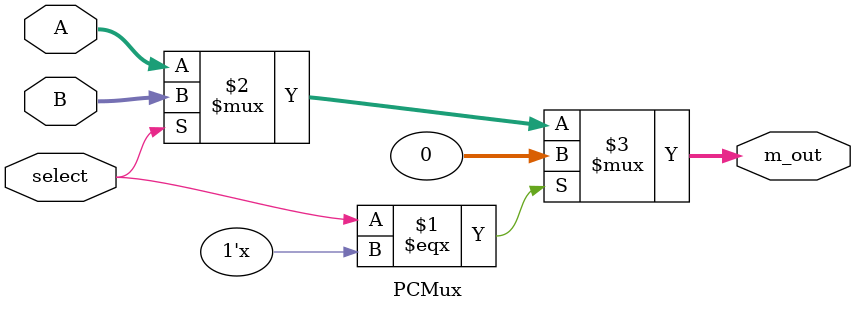
<source format=v>

module PCMux( m_out,A,B,select); 
output [31:0] m_out;  input [31:0] A,B;  input  select; 
 
 assign m_out = (select=== 1'bx)? 0: ((select)? B:A); 
always @(select)
begin
$display ("PCMUXSelect %b", select);
end
endmodule 
</source>
